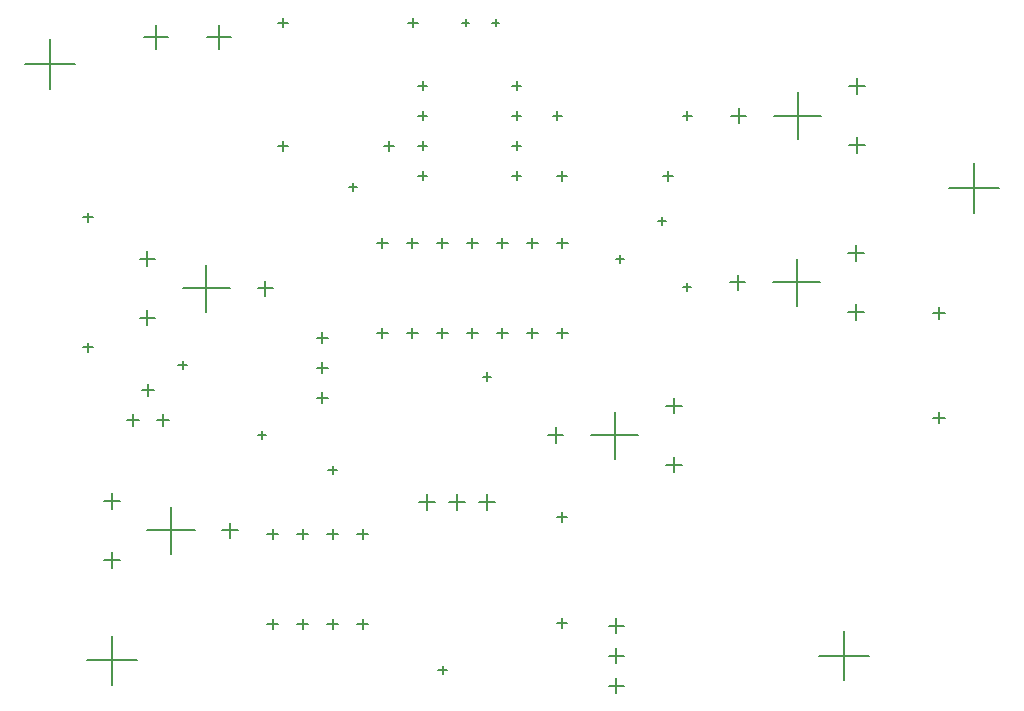
<source format=gbr>
%TF.GenerationSoftware,Altium Limited,Altium Designer,25.1.2 (22)*%
G04 Layer_Color=128*
%FSLAX25Y25*%
%MOIN*%
%TF.SameCoordinates,C6B27E67-7A8A-4C38-9DB9-D7D7B609FA95*%
%TF.FilePolarity,Positive*%
%TF.FileFunction,Drillmap*%
%TF.Part,Single*%
G01*
G75*
%TA.AperFunction,NonConductor*%
%ADD42C,0.00500*%
D42*
X121063Y243110D02*
X128937D01*
X125000Y239173D02*
Y247047D01*
X141929Y243110D02*
X149803D01*
X145866Y239173D02*
Y247047D01*
X237106Y248031D02*
X239272D01*
X238189Y246949D02*
Y249114D01*
X227106Y248031D02*
X229272D01*
X228189Y246949D02*
Y249114D01*
X165748Y248031D02*
X168898D01*
X167323Y246457D02*
Y249606D01*
X209055Y248031D02*
X212205D01*
X210630Y246457D02*
Y249606D01*
X243677Y197000D02*
X246630D01*
X245153Y195524D02*
Y198476D01*
X243677Y207000D02*
X246630D01*
X245153Y205524D02*
Y208476D01*
X243677Y217000D02*
X246630D01*
X245153Y215524D02*
Y218476D01*
X243677Y227000D02*
X246630D01*
X245153Y225524D02*
Y228476D01*
X212417Y227000D02*
X215370D01*
X213894Y225524D02*
Y228476D01*
X212417Y217000D02*
X215370D01*
X213894Y215524D02*
Y218476D01*
X212417Y207000D02*
X215370D01*
X213894Y205524D02*
Y208476D01*
X212417Y197000D02*
X215370D01*
X213894Y195524D02*
Y198476D01*
X258622Y174500D02*
X262165D01*
X260394Y172728D02*
Y176272D01*
X248622Y174500D02*
X252165D01*
X250394Y172728D02*
Y176272D01*
X238622Y174500D02*
X242165D01*
X240394Y172728D02*
Y176272D01*
X228622Y174500D02*
X232165D01*
X230394Y172728D02*
Y176272D01*
X218622Y174500D02*
X222165D01*
X220394Y172728D02*
Y176272D01*
X208622Y174500D02*
X212165D01*
X210394Y172728D02*
Y176272D01*
X198622Y174500D02*
X202165D01*
X200394Y172728D02*
Y176272D01*
X258622Y144500D02*
X262165D01*
X260394Y142728D02*
Y146272D01*
X248622Y144500D02*
X252165D01*
X250394Y142728D02*
Y146272D01*
X238622Y144500D02*
X242165D01*
X240394Y142728D02*
Y146272D01*
X228622Y144500D02*
X232165D01*
X230394Y142728D02*
Y146272D01*
X218622Y144500D02*
X222165D01*
X220394Y142728D02*
Y146272D01*
X208622Y144500D02*
X212165D01*
X210394Y142728D02*
Y146272D01*
X198622Y144500D02*
X202165D01*
X200394Y142728D02*
Y146272D01*
X232736Y88126D02*
X238051D01*
X235394Y85469D02*
Y90784D01*
X222736Y88126D02*
X228051D01*
X225394Y85469D02*
Y90784D01*
X212736Y88126D02*
X218051D01*
X215394Y85469D02*
Y90784D01*
X258720Y47783D02*
X262067D01*
X260394Y46110D02*
Y49457D01*
X258720Y83217D02*
X262067D01*
X260394Y81543D02*
Y84890D01*
X275835Y47000D02*
X280953D01*
X278394Y44441D02*
Y49559D01*
X275835Y37000D02*
X280953D01*
X278394Y34441D02*
Y39559D01*
X275835Y27000D02*
X280953D01*
X278394Y24441D02*
Y29559D01*
X133858Y159449D02*
X149606D01*
X141732Y151575D02*
Y167323D01*
X119488Y149606D02*
X124606D01*
X122047Y147047D02*
Y152165D01*
X158858Y159449D02*
X163976D01*
X161417Y156890D02*
Y162008D01*
X119488Y169291D02*
X124606D01*
X122047Y166732D02*
Y171850D01*
X100787Y183071D02*
X103937D01*
X102362Y181496D02*
Y184646D01*
X100787Y139764D02*
X103937D01*
X102362Y138189D02*
Y141339D01*
X125444Y115500D02*
X129344D01*
X127394Y113550D02*
Y117450D01*
X120444Y125500D02*
X124344D01*
X122394Y123550D02*
Y127450D01*
X115444Y115500D02*
X119344D01*
X117394Y113550D02*
Y117450D01*
X122047Y78740D02*
X137795D01*
X129921Y70866D02*
Y86614D01*
X107677Y68898D02*
X112795D01*
X110236Y66339D02*
Y71457D01*
X147047Y78740D02*
X152165D01*
X149606Y76181D02*
Y81299D01*
X107677Y88583D02*
X112795D01*
X110236Y86024D02*
Y91142D01*
X162122Y47500D02*
X165665D01*
X163894Y45728D02*
Y49272D01*
X172122Y47500D02*
X175665D01*
X173894Y45728D02*
Y49272D01*
X182122Y47500D02*
X185665D01*
X183894Y45728D02*
Y49272D01*
X192122Y47500D02*
X195665D01*
X193894Y45728D02*
Y49272D01*
X162122Y77500D02*
X165665D01*
X163894Y75728D02*
Y79272D01*
X172122Y77500D02*
X175665D01*
X173894Y75728D02*
Y79272D01*
X182122Y77500D02*
X185665D01*
X183894Y75728D02*
Y79272D01*
X192122Y77500D02*
X195665D01*
X193894Y75728D02*
Y79272D01*
X178622Y123000D02*
X182165D01*
X180394Y121228D02*
Y124772D01*
X178622Y143000D02*
X182165D01*
X180394Y141228D02*
Y144772D01*
X178622Y133000D02*
X182165D01*
X180394Y131228D02*
Y134772D01*
X383858Y151339D02*
X387795D01*
X385827Y149370D02*
Y153307D01*
X383858Y116378D02*
X387795D01*
X385827Y114409D02*
Y118347D01*
X295020Y100657D02*
X300138D01*
X297579Y98098D02*
Y103217D01*
X255650Y110500D02*
X260768D01*
X258209Y107941D02*
Y113059D01*
X295020Y120343D02*
X300138D01*
X297579Y117783D02*
Y122902D01*
X270020Y110500D02*
X285768D01*
X277894Y102626D02*
Y118374D01*
X330709Y161417D02*
X346457D01*
X338583Y153543D02*
Y169291D01*
X355709Y171260D02*
X360827D01*
X358268Y168701D02*
Y173819D01*
X316339Y161417D02*
X321457D01*
X318898Y158858D02*
Y163976D01*
X355709Y151575D02*
X360827D01*
X358268Y149016D02*
Y154134D01*
X331020Y217000D02*
X346768D01*
X338894Y209126D02*
Y224874D01*
X356020Y226842D02*
X361138D01*
X358579Y224284D02*
Y229402D01*
X316650Y217000D02*
X321768D01*
X319209Y214441D02*
Y219559D01*
X356020Y207157D02*
X361138D01*
X358579Y204598D02*
Y209717D01*
X257165Y217000D02*
X260315D01*
X258740Y215425D02*
Y218575D01*
X300472Y217000D02*
X303622D01*
X302047Y215425D02*
Y218575D01*
X293937Y197000D02*
X297284D01*
X295610Y195327D02*
Y198673D01*
X258504Y197000D02*
X261850D01*
X260177Y195327D02*
Y198673D01*
X165504Y207000D02*
X168850D01*
X167177Y205327D02*
Y208673D01*
X200937Y207000D02*
X204283D01*
X202610Y205327D02*
Y208673D01*
X81339Y234252D02*
X97795D01*
X89567Y226024D02*
Y242480D01*
X346102Y37000D02*
X362559D01*
X354331Y28772D02*
Y45228D01*
X132458Y133858D02*
X135258D01*
X133858Y132458D02*
Y135258D01*
X292301Y181890D02*
X295101D01*
X293701Y180490D02*
Y183290D01*
X189151Y193307D02*
X191951D01*
X190551Y191907D02*
Y194707D01*
X182458Y98819D02*
X185258D01*
X183858Y97419D02*
Y100219D01*
X158836Y110630D02*
X161636D01*
X160236Y109230D02*
Y112030D01*
X300569Y159843D02*
X303368D01*
X301969Y158442D02*
Y161242D01*
X233994Y130000D02*
X236794D01*
X235394Y128600D02*
Y131400D01*
X278128Y169291D02*
X280928D01*
X279528Y167891D02*
Y170691D01*
X219072Y32283D02*
X221872D01*
X220472Y30883D02*
Y33683D01*
X102008Y35433D02*
X118465D01*
X110236Y27205D02*
Y43661D01*
X389409Y192913D02*
X405866D01*
X397638Y184685D02*
Y201142D01*
%TF.MD5,2c89570c3abcd3ead77d4d55506c88b9*%
M02*

</source>
